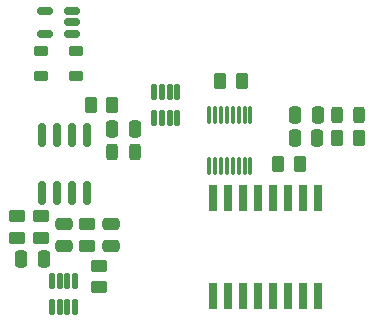
<source format=gbr>
G04 #@! TF.GenerationSoftware,KiCad,Pcbnew,(6.0.7)*
G04 #@! TF.CreationDate,2022-11-19T14:13:10-06:00*
G04 #@! TF.ProjectId,BPS-Amperes,4250532d-416d-4706-9572-65732e6b6963,rev?*
G04 #@! TF.SameCoordinates,Original*
G04 #@! TF.FileFunction,Paste,Top*
G04 #@! TF.FilePolarity,Positive*
%FSLAX46Y46*%
G04 Gerber Fmt 4.6, Leading zero omitted, Abs format (unit mm)*
G04 Created by KiCad (PCBNEW (6.0.7)) date 2022-11-19 14:13:10*
%MOMM*%
%LPD*%
G01*
G04 APERTURE LIST*
G04 Aperture macros list*
%AMRoundRect*
0 Rectangle with rounded corners*
0 $1 Rounding radius*
0 $2 $3 $4 $5 $6 $7 $8 $9 X,Y pos of 4 corners*
0 Add a 4 corners polygon primitive as box body*
4,1,4,$2,$3,$4,$5,$6,$7,$8,$9,$2,$3,0*
0 Add four circle primitives for the rounded corners*
1,1,$1+$1,$2,$3*
1,1,$1+$1,$4,$5*
1,1,$1+$1,$6,$7*
1,1,$1+$1,$8,$9*
0 Add four rect primitives between the rounded corners*
20,1,$1+$1,$2,$3,$4,$5,0*
20,1,$1+$1,$4,$5,$6,$7,0*
20,1,$1+$1,$6,$7,$8,$9,0*
20,1,$1+$1,$8,$9,$2,$3,0*%
G04 Aperture macros list end*
%ADD10RoundRect,0.250000X0.450000X-0.262500X0.450000X0.262500X-0.450000X0.262500X-0.450000X-0.262500X0*%
%ADD11RoundRect,0.250000X-0.450000X0.262500X-0.450000X-0.262500X0.450000X-0.262500X0.450000X0.262500X0*%
%ADD12RoundRect,0.218750X-0.381250X0.218750X-0.381250X-0.218750X0.381250X-0.218750X0.381250X0.218750X0*%
%ADD13RoundRect,0.150000X0.150000X-0.825000X0.150000X0.825000X-0.150000X0.825000X-0.150000X-0.825000X0*%
%ADD14RoundRect,0.250000X0.262500X0.450000X-0.262500X0.450000X-0.262500X-0.450000X0.262500X-0.450000X0*%
%ADD15RoundRect,0.250000X0.250000X0.475000X-0.250000X0.475000X-0.250000X-0.475000X0.250000X-0.475000X0*%
%ADD16RoundRect,0.125000X0.125000X-0.537500X0.125000X0.537500X-0.125000X0.537500X-0.125000X-0.537500X0*%
%ADD17RoundRect,0.125000X-0.125000X0.537500X-0.125000X-0.537500X0.125000X-0.537500X0.125000X0.537500X0*%
%ADD18RoundRect,0.250000X-0.250000X-0.475000X0.250000X-0.475000X0.250000X0.475000X-0.250000X0.475000X0*%
%ADD19RoundRect,0.250000X0.475000X-0.250000X0.475000X0.250000X-0.475000X0.250000X-0.475000X-0.250000X0*%
%ADD20RoundRect,0.243750X-0.243750X-0.456250X0.243750X-0.456250X0.243750X0.456250X-0.243750X0.456250X0*%
%ADD21RoundRect,0.075000X0.075000X-0.650000X0.075000X0.650000X-0.075000X0.650000X-0.075000X-0.650000X0*%
%ADD22R,0.760000X2.200000*%
%ADD23RoundRect,0.250000X-0.262500X-0.450000X0.262500X-0.450000X0.262500X0.450000X-0.262500X0.450000X0*%
%ADD24RoundRect,0.150000X0.512500X0.150000X-0.512500X0.150000X-0.512500X-0.150000X0.512500X-0.150000X0*%
%ADD25RoundRect,0.250000X-0.475000X0.250000X-0.475000X-0.250000X0.475000X-0.250000X0.475000X0.250000X0*%
G04 APERTURE END LIST*
D10*
X126432500Y-117912500D03*
X126432500Y-116087500D03*
D11*
X127432500Y-119587500D03*
X127432500Y-121412500D03*
D12*
X125500000Y-101437500D03*
X125500000Y-103562500D03*
D13*
X122595000Y-113475000D03*
X123865000Y-113475000D03*
X125135000Y-113475000D03*
X126405000Y-113475000D03*
X126405000Y-108525000D03*
X125135000Y-108525000D03*
X123865000Y-108525000D03*
X122595000Y-108525000D03*
D14*
X144412500Y-111000000D03*
X142587500Y-111000000D03*
D15*
X145950000Y-106800000D03*
X144050000Y-106800000D03*
D12*
X122500000Y-101437500D03*
X122500000Y-103562500D03*
D10*
X122500000Y-117250000D03*
X122500000Y-115425000D03*
D14*
X139500000Y-104000000D03*
X137675000Y-104000000D03*
D16*
X123457500Y-123137500D03*
X124107500Y-123137500D03*
X124757500Y-123137500D03*
X125407500Y-123137500D03*
X125407500Y-120862500D03*
X124757500Y-120862500D03*
X124107500Y-120862500D03*
X123457500Y-120862500D03*
D17*
X134050000Y-104862500D03*
X133400000Y-104862500D03*
X132750000Y-104862500D03*
X132100000Y-104862500D03*
X132100000Y-107137500D03*
X132750000Y-107137500D03*
X133400000Y-107137500D03*
X134050000Y-107137500D03*
D18*
X144000000Y-108800000D03*
X145900000Y-108800000D03*
D19*
X124432500Y-117950000D03*
X124432500Y-116050000D03*
D15*
X122750000Y-119000000D03*
X120850000Y-119000000D03*
D10*
X120500000Y-117250000D03*
X120500000Y-115425000D03*
D20*
X147562500Y-106800000D03*
X149437500Y-106800000D03*
D21*
X136750000Y-111150000D03*
X137250000Y-111150000D03*
X137750000Y-111150000D03*
X138250000Y-111150000D03*
X138750000Y-111150000D03*
X139250000Y-111150000D03*
X139750000Y-111150000D03*
X140250000Y-111150000D03*
X140250000Y-106850000D03*
X139750000Y-106850000D03*
X139250000Y-106850000D03*
X138750000Y-106850000D03*
X138250000Y-106850000D03*
X137750000Y-106850000D03*
X137250000Y-106850000D03*
X136750000Y-106850000D03*
D22*
X145945000Y-113872500D03*
X144675000Y-113872500D03*
X143405000Y-113872500D03*
X142135000Y-113872500D03*
X140865000Y-113872500D03*
X139595000Y-113872500D03*
X138325000Y-113872500D03*
X137055000Y-113872500D03*
X137055000Y-122127500D03*
X138325000Y-122127500D03*
X139595000Y-122127500D03*
X140865000Y-122127500D03*
X142135000Y-122127500D03*
X143405000Y-122127500D03*
X144675000Y-122127500D03*
X145945000Y-122127500D03*
D23*
X147587500Y-108800000D03*
X149412500Y-108800000D03*
D24*
X125137500Y-99950000D03*
X125137500Y-99000000D03*
X125137500Y-98050000D03*
X122862500Y-98050000D03*
X122862500Y-99950000D03*
D23*
X126737500Y-106000000D03*
X128562500Y-106000000D03*
D18*
X128550000Y-108000000D03*
X130450000Y-108000000D03*
D20*
X128562500Y-110000000D03*
X130437500Y-110000000D03*
D25*
X128432500Y-116050000D03*
X128432500Y-117950000D03*
M02*

</source>
